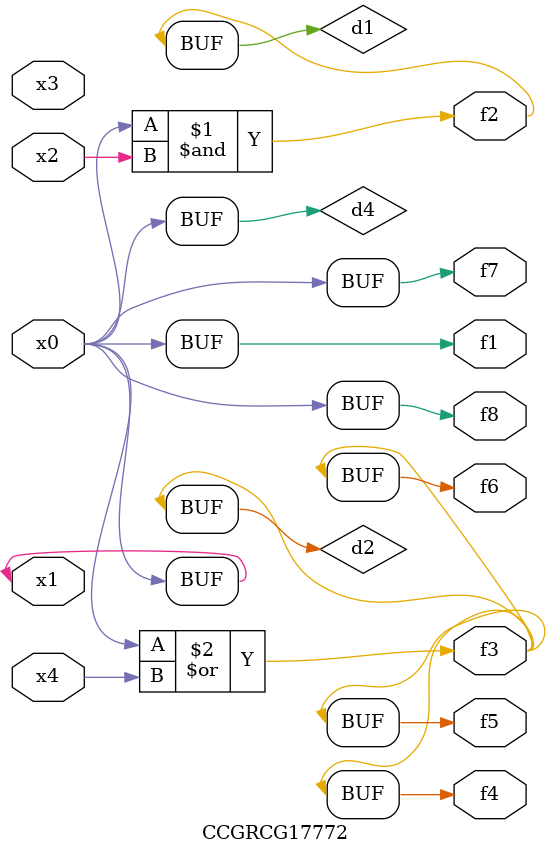
<source format=v>
module CCGRCG17772(
	input x0, x1, x2, x3, x4,
	output f1, f2, f3, f4, f5, f6, f7, f8
);

	wire d1, d2, d3, d4;

	and (d1, x0, x2);
	or (d2, x0, x4);
	nand (d3, x0, x2);
	buf (d4, x0, x1);
	assign f1 = d4;
	assign f2 = d1;
	assign f3 = d2;
	assign f4 = d2;
	assign f5 = d2;
	assign f6 = d2;
	assign f7 = d4;
	assign f8 = d4;
endmodule

</source>
